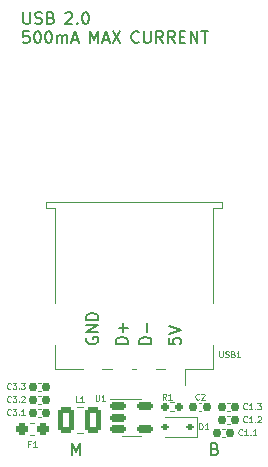
<source format=gbr>
%TF.GenerationSoftware,KiCad,Pcbnew,7.0.0-da2b9df05c~171~ubuntu20.04.1*%
%TF.CreationDate,2023-03-04T21:27:30-05:00*%
%TF.ProjectId,Logitech Unifying 2242,4c6f6769-7465-4636-9820-556e69667969,B*%
%TF.SameCoordinates,Original*%
%TF.FileFunction,Legend,Top*%
%TF.FilePolarity,Positive*%
%FSLAX46Y46*%
G04 Gerber Fmt 4.6, Leading zero omitted, Abs format (unit mm)*
G04 Created by KiCad (PCBNEW 7.0.0-da2b9df05c~171~ubuntu20.04.1) date 2023-03-04 21:27:30*
%MOMM*%
%LPD*%
G01*
G04 APERTURE LIST*
G04 Aperture macros list*
%AMRoundRect*
0 Rectangle with rounded corners*
0 $1 Rounding radius*
0 $2 $3 $4 $5 $6 $7 $8 $9 X,Y pos of 4 corners*
0 Add a 4 corners polygon primitive as box body*
4,1,4,$2,$3,$4,$5,$6,$7,$8,$9,$2,$3,0*
0 Add four circle primitives for the rounded corners*
1,1,$1+$1,$2,$3*
1,1,$1+$1,$4,$5*
1,1,$1+$1,$6,$7*
1,1,$1+$1,$8,$9*
0 Add four rect primitives between the rounded corners*
20,1,$1+$1,$2,$3,$4,$5,0*
20,1,$1+$1,$4,$5,$6,$7,0*
20,1,$1+$1,$6,$7,$8,$9,0*
20,1,$1+$1,$8,$9,$2,$3,0*%
%AMFreePoly0*
4,1,33,0.102133,0.973559,0.135618,0.966898,0.162652,0.955700,0.191039,0.936733,0.211733,0.916039,0.230700,0.887652,0.241898,0.860618,0.248559,0.827133,0.250000,0.812500,0.250000,-0.760000,0.244291,-0.788701,0.228033,-0.813033,0.088033,-0.953033,0.063701,-0.969291,0.035000,-0.975000,-0.035000,-0.975000,-0.063701,-0.969291,-0.088033,-0.953033,-0.228033,-0.813033,-0.244291,-0.788701,
-0.250000,-0.760000,-0.250000,0.812500,-0.248559,0.827133,-0.241898,0.860618,-0.230700,0.887652,-0.211733,0.916039,-0.191039,0.936733,-0.162652,0.955700,-0.135618,0.966898,-0.102133,0.973559,-0.087500,0.975000,0.087500,0.975000,0.102133,0.973559,0.102133,0.973559,$1*%
G04 Aperture macros list end*
%ADD10C,0.150000*%
%ADD11C,0.200000*%
%ADD12C,0.100000*%
%ADD13C,0.120000*%
%ADD14RoundRect,0.150000X-0.512500X-0.150000X0.512500X-0.150000X0.512500X0.150000X-0.512500X0.150000X0*%
%ADD15RoundRect,0.155000X-0.212500X-0.155000X0.212500X-0.155000X0.212500X0.155000X-0.212500X0.155000X0*%
%ADD16R,1.250000X3.000000*%
%ADD17C,3.000000*%
%ADD18RoundRect,0.237500X-0.287500X-0.237500X0.287500X-0.237500X0.287500X0.237500X-0.287500X0.237500X0*%
%ADD19RoundRect,0.155000X0.212500X0.155000X-0.212500X0.155000X-0.212500X-0.155000X0.212500X-0.155000X0*%
%ADD20RoundRect,0.250001X-0.462499X-0.849999X0.462499X-0.849999X0.462499X0.849999X-0.462499X0.849999X0*%
%ADD21FreePoly0,0.000000*%
%ADD22C,5.500000*%
%ADD23RoundRect,0.112500X0.187500X0.112500X-0.187500X0.112500X-0.187500X-0.112500X0.187500X-0.112500X0*%
%ADD24RoundRect,0.160000X-0.197500X-0.160000X0.197500X-0.160000X0.197500X0.160000X-0.197500X0.160000X0*%
G04 APERTURE END LIST*
D10*
X12467380Y12138096D02*
X11467380Y12138096D01*
X11467380Y12138096D02*
X11467380Y12376191D01*
X11467380Y12376191D02*
X11515000Y12519048D01*
X11515000Y12519048D02*
X11610238Y12614286D01*
X11610238Y12614286D02*
X11705476Y12661905D01*
X11705476Y12661905D02*
X11895952Y12709524D01*
X11895952Y12709524D02*
X12038809Y12709524D01*
X12038809Y12709524D02*
X12229285Y12661905D01*
X12229285Y12661905D02*
X12324523Y12614286D01*
X12324523Y12614286D02*
X12419761Y12519048D01*
X12419761Y12519048D02*
X12467380Y12376191D01*
X12467380Y12376191D02*
X12467380Y12138096D01*
X12086428Y13138096D02*
X12086428Y13900000D01*
X10467380Y12138096D02*
X9467380Y12138096D01*
X9467380Y12138096D02*
X9467380Y12376191D01*
X9467380Y12376191D02*
X9515000Y12519048D01*
X9515000Y12519048D02*
X9610238Y12614286D01*
X9610238Y12614286D02*
X9705476Y12661905D01*
X9705476Y12661905D02*
X9895952Y12709524D01*
X9895952Y12709524D02*
X10038809Y12709524D01*
X10038809Y12709524D02*
X10229285Y12661905D01*
X10229285Y12661905D02*
X10324523Y12614286D01*
X10324523Y12614286D02*
X10419761Y12519048D01*
X10419761Y12519048D02*
X10467380Y12376191D01*
X10467380Y12376191D02*
X10467380Y12138096D01*
X10086428Y13138096D02*
X10086428Y13900000D01*
X10467380Y13519048D02*
X9705476Y13519048D01*
X7015000Y12661905D02*
X6967380Y12566667D01*
X6967380Y12566667D02*
X6967380Y12423810D01*
X6967380Y12423810D02*
X7015000Y12280953D01*
X7015000Y12280953D02*
X7110238Y12185715D01*
X7110238Y12185715D02*
X7205476Y12138096D01*
X7205476Y12138096D02*
X7395952Y12090477D01*
X7395952Y12090477D02*
X7538809Y12090477D01*
X7538809Y12090477D02*
X7729285Y12138096D01*
X7729285Y12138096D02*
X7824523Y12185715D01*
X7824523Y12185715D02*
X7919761Y12280953D01*
X7919761Y12280953D02*
X7967380Y12423810D01*
X7967380Y12423810D02*
X7967380Y12519048D01*
X7967380Y12519048D02*
X7919761Y12661905D01*
X7919761Y12661905D02*
X7872142Y12709524D01*
X7872142Y12709524D02*
X7538809Y12709524D01*
X7538809Y12709524D02*
X7538809Y12519048D01*
X7967380Y13138096D02*
X6967380Y13138096D01*
X6967380Y13138096D02*
X7967380Y13709524D01*
X7967380Y13709524D02*
X6967380Y13709524D01*
X7967380Y14185715D02*
X6967380Y14185715D01*
X6967380Y14185715D02*
X6967380Y14423810D01*
X6967380Y14423810D02*
X7015000Y14566667D01*
X7015000Y14566667D02*
X7110238Y14661905D01*
X7110238Y14661905D02*
X7205476Y14709524D01*
X7205476Y14709524D02*
X7395952Y14757143D01*
X7395952Y14757143D02*
X7538809Y14757143D01*
X7538809Y14757143D02*
X7729285Y14709524D01*
X7729285Y14709524D02*
X7824523Y14661905D01*
X7824523Y14661905D02*
X7919761Y14566667D01*
X7919761Y14566667D02*
X7967380Y14423810D01*
X7967380Y14423810D02*
X7967380Y14185715D01*
X13967380Y12614286D02*
X13967380Y12138096D01*
X13967380Y12138096D02*
X14443571Y12090477D01*
X14443571Y12090477D02*
X14395952Y12138096D01*
X14395952Y12138096D02*
X14348333Y12233334D01*
X14348333Y12233334D02*
X14348333Y12471429D01*
X14348333Y12471429D02*
X14395952Y12566667D01*
X14395952Y12566667D02*
X14443571Y12614286D01*
X14443571Y12614286D02*
X14538809Y12661905D01*
X14538809Y12661905D02*
X14776904Y12661905D01*
X14776904Y12661905D02*
X14872142Y12614286D01*
X14872142Y12614286D02*
X14919761Y12566667D01*
X14919761Y12566667D02*
X14967380Y12471429D01*
X14967380Y12471429D02*
X14967380Y12233334D01*
X14967380Y12233334D02*
X14919761Y12138096D01*
X14919761Y12138096D02*
X14872142Y12090477D01*
X13967380Y12947620D02*
X14967380Y13280953D01*
X14967380Y13280953D02*
X13967380Y13614286D01*
D11*
X1638095Y40237620D02*
X1638095Y39428096D01*
X1638095Y39428096D02*
X1685714Y39332858D01*
X1685714Y39332858D02*
X1733333Y39285239D01*
X1733333Y39285239D02*
X1828571Y39237620D01*
X1828571Y39237620D02*
X2019047Y39237620D01*
X2019047Y39237620D02*
X2114285Y39285239D01*
X2114285Y39285239D02*
X2161904Y39332858D01*
X2161904Y39332858D02*
X2209523Y39428096D01*
X2209523Y39428096D02*
X2209523Y40237620D01*
X2638095Y39285239D02*
X2780952Y39237620D01*
X2780952Y39237620D02*
X3019047Y39237620D01*
X3019047Y39237620D02*
X3114285Y39285239D01*
X3114285Y39285239D02*
X3161904Y39332858D01*
X3161904Y39332858D02*
X3209523Y39428096D01*
X3209523Y39428096D02*
X3209523Y39523334D01*
X3209523Y39523334D02*
X3161904Y39618572D01*
X3161904Y39618572D02*
X3114285Y39666191D01*
X3114285Y39666191D02*
X3019047Y39713810D01*
X3019047Y39713810D02*
X2828571Y39761429D01*
X2828571Y39761429D02*
X2733333Y39809048D01*
X2733333Y39809048D02*
X2685714Y39856667D01*
X2685714Y39856667D02*
X2638095Y39951905D01*
X2638095Y39951905D02*
X2638095Y40047143D01*
X2638095Y40047143D02*
X2685714Y40142381D01*
X2685714Y40142381D02*
X2733333Y40190000D01*
X2733333Y40190000D02*
X2828571Y40237620D01*
X2828571Y40237620D02*
X3066666Y40237620D01*
X3066666Y40237620D02*
X3209523Y40190000D01*
X3971428Y39761429D02*
X4114285Y39713810D01*
X4114285Y39713810D02*
X4161904Y39666191D01*
X4161904Y39666191D02*
X4209523Y39570953D01*
X4209523Y39570953D02*
X4209523Y39428096D01*
X4209523Y39428096D02*
X4161904Y39332858D01*
X4161904Y39332858D02*
X4114285Y39285239D01*
X4114285Y39285239D02*
X4019047Y39237620D01*
X4019047Y39237620D02*
X3638095Y39237620D01*
X3638095Y39237620D02*
X3638095Y40237620D01*
X3638095Y40237620D02*
X3971428Y40237620D01*
X3971428Y40237620D02*
X4066666Y40190000D01*
X4066666Y40190000D02*
X4114285Y40142381D01*
X4114285Y40142381D02*
X4161904Y40047143D01*
X4161904Y40047143D02*
X4161904Y39951905D01*
X4161904Y39951905D02*
X4114285Y39856667D01*
X4114285Y39856667D02*
X4066666Y39809048D01*
X4066666Y39809048D02*
X3971428Y39761429D01*
X3971428Y39761429D02*
X3638095Y39761429D01*
X5190476Y40142381D02*
X5238095Y40190000D01*
X5238095Y40190000D02*
X5333333Y40237620D01*
X5333333Y40237620D02*
X5571428Y40237620D01*
X5571428Y40237620D02*
X5666666Y40190000D01*
X5666666Y40190000D02*
X5714285Y40142381D01*
X5714285Y40142381D02*
X5761904Y40047143D01*
X5761904Y40047143D02*
X5761904Y39951905D01*
X5761904Y39951905D02*
X5714285Y39809048D01*
X5714285Y39809048D02*
X5142857Y39237620D01*
X5142857Y39237620D02*
X5761904Y39237620D01*
X6190476Y39332858D02*
X6238095Y39285239D01*
X6238095Y39285239D02*
X6190476Y39237620D01*
X6190476Y39237620D02*
X6142857Y39285239D01*
X6142857Y39285239D02*
X6190476Y39332858D01*
X6190476Y39332858D02*
X6190476Y39237620D01*
X6857142Y40237620D02*
X6952380Y40237620D01*
X6952380Y40237620D02*
X7047618Y40190000D01*
X7047618Y40190000D02*
X7095237Y40142381D01*
X7095237Y40142381D02*
X7142856Y40047143D01*
X7142856Y40047143D02*
X7190475Y39856667D01*
X7190475Y39856667D02*
X7190475Y39618572D01*
X7190475Y39618572D02*
X7142856Y39428096D01*
X7142856Y39428096D02*
X7095237Y39332858D01*
X7095237Y39332858D02*
X7047618Y39285239D01*
X7047618Y39285239D02*
X6952380Y39237620D01*
X6952380Y39237620D02*
X6857142Y39237620D01*
X6857142Y39237620D02*
X6761904Y39285239D01*
X6761904Y39285239D02*
X6714285Y39332858D01*
X6714285Y39332858D02*
X6666666Y39428096D01*
X6666666Y39428096D02*
X6619047Y39618572D01*
X6619047Y39618572D02*
X6619047Y39856667D01*
X6619047Y39856667D02*
X6666666Y40047143D01*
X6666666Y40047143D02*
X6714285Y40142381D01*
X6714285Y40142381D02*
X6761904Y40190000D01*
X6761904Y40190000D02*
X6857142Y40237620D01*
X2114285Y38617620D02*
X1638095Y38617620D01*
X1638095Y38617620D02*
X1590476Y38141429D01*
X1590476Y38141429D02*
X1638095Y38189048D01*
X1638095Y38189048D02*
X1733333Y38236667D01*
X1733333Y38236667D02*
X1971428Y38236667D01*
X1971428Y38236667D02*
X2066666Y38189048D01*
X2066666Y38189048D02*
X2114285Y38141429D01*
X2114285Y38141429D02*
X2161904Y38046191D01*
X2161904Y38046191D02*
X2161904Y37808096D01*
X2161904Y37808096D02*
X2114285Y37712858D01*
X2114285Y37712858D02*
X2066666Y37665239D01*
X2066666Y37665239D02*
X1971428Y37617620D01*
X1971428Y37617620D02*
X1733333Y37617620D01*
X1733333Y37617620D02*
X1638095Y37665239D01*
X1638095Y37665239D02*
X1590476Y37712858D01*
X2780952Y38617620D02*
X2876190Y38617620D01*
X2876190Y38617620D02*
X2971428Y38570000D01*
X2971428Y38570000D02*
X3019047Y38522381D01*
X3019047Y38522381D02*
X3066666Y38427143D01*
X3066666Y38427143D02*
X3114285Y38236667D01*
X3114285Y38236667D02*
X3114285Y37998572D01*
X3114285Y37998572D02*
X3066666Y37808096D01*
X3066666Y37808096D02*
X3019047Y37712858D01*
X3019047Y37712858D02*
X2971428Y37665239D01*
X2971428Y37665239D02*
X2876190Y37617620D01*
X2876190Y37617620D02*
X2780952Y37617620D01*
X2780952Y37617620D02*
X2685714Y37665239D01*
X2685714Y37665239D02*
X2638095Y37712858D01*
X2638095Y37712858D02*
X2590476Y37808096D01*
X2590476Y37808096D02*
X2542857Y37998572D01*
X2542857Y37998572D02*
X2542857Y38236667D01*
X2542857Y38236667D02*
X2590476Y38427143D01*
X2590476Y38427143D02*
X2638095Y38522381D01*
X2638095Y38522381D02*
X2685714Y38570000D01*
X2685714Y38570000D02*
X2780952Y38617620D01*
X3733333Y38617620D02*
X3828571Y38617620D01*
X3828571Y38617620D02*
X3923809Y38570000D01*
X3923809Y38570000D02*
X3971428Y38522381D01*
X3971428Y38522381D02*
X4019047Y38427143D01*
X4019047Y38427143D02*
X4066666Y38236667D01*
X4066666Y38236667D02*
X4066666Y37998572D01*
X4066666Y37998572D02*
X4019047Y37808096D01*
X4019047Y37808096D02*
X3971428Y37712858D01*
X3971428Y37712858D02*
X3923809Y37665239D01*
X3923809Y37665239D02*
X3828571Y37617620D01*
X3828571Y37617620D02*
X3733333Y37617620D01*
X3733333Y37617620D02*
X3638095Y37665239D01*
X3638095Y37665239D02*
X3590476Y37712858D01*
X3590476Y37712858D02*
X3542857Y37808096D01*
X3542857Y37808096D02*
X3495238Y37998572D01*
X3495238Y37998572D02*
X3495238Y38236667D01*
X3495238Y38236667D02*
X3542857Y38427143D01*
X3542857Y38427143D02*
X3590476Y38522381D01*
X3590476Y38522381D02*
X3638095Y38570000D01*
X3638095Y38570000D02*
X3733333Y38617620D01*
X4495238Y37617620D02*
X4495238Y38284286D01*
X4495238Y38189048D02*
X4542857Y38236667D01*
X4542857Y38236667D02*
X4638095Y38284286D01*
X4638095Y38284286D02*
X4780952Y38284286D01*
X4780952Y38284286D02*
X4876190Y38236667D01*
X4876190Y38236667D02*
X4923809Y38141429D01*
X4923809Y38141429D02*
X4923809Y37617620D01*
X4923809Y38141429D02*
X4971428Y38236667D01*
X4971428Y38236667D02*
X5066666Y38284286D01*
X5066666Y38284286D02*
X5209523Y38284286D01*
X5209523Y38284286D02*
X5304762Y38236667D01*
X5304762Y38236667D02*
X5352381Y38141429D01*
X5352381Y38141429D02*
X5352381Y37617620D01*
X5780952Y37903334D02*
X6257142Y37903334D01*
X5685714Y37617620D02*
X6019047Y38617620D01*
X6019047Y38617620D02*
X6352380Y37617620D01*
X7285714Y37617620D02*
X7285714Y38617620D01*
X7285714Y38617620D02*
X7619047Y37903334D01*
X7619047Y37903334D02*
X7952380Y38617620D01*
X7952380Y38617620D02*
X7952380Y37617620D01*
X8380952Y37903334D02*
X8857142Y37903334D01*
X8285714Y37617620D02*
X8619047Y38617620D01*
X8619047Y38617620D02*
X8952380Y37617620D01*
X9190476Y38617620D02*
X9857142Y37617620D01*
X9857142Y38617620D02*
X9190476Y37617620D01*
X11409523Y37712858D02*
X11361904Y37665239D01*
X11361904Y37665239D02*
X11219047Y37617620D01*
X11219047Y37617620D02*
X11123809Y37617620D01*
X11123809Y37617620D02*
X10980952Y37665239D01*
X10980952Y37665239D02*
X10885714Y37760477D01*
X10885714Y37760477D02*
X10838095Y37855715D01*
X10838095Y37855715D02*
X10790476Y38046191D01*
X10790476Y38046191D02*
X10790476Y38189048D01*
X10790476Y38189048D02*
X10838095Y38379524D01*
X10838095Y38379524D02*
X10885714Y38474762D01*
X10885714Y38474762D02*
X10980952Y38570000D01*
X10980952Y38570000D02*
X11123809Y38617620D01*
X11123809Y38617620D02*
X11219047Y38617620D01*
X11219047Y38617620D02*
X11361904Y38570000D01*
X11361904Y38570000D02*
X11409523Y38522381D01*
X11838095Y38617620D02*
X11838095Y37808096D01*
X11838095Y37808096D02*
X11885714Y37712858D01*
X11885714Y37712858D02*
X11933333Y37665239D01*
X11933333Y37665239D02*
X12028571Y37617620D01*
X12028571Y37617620D02*
X12219047Y37617620D01*
X12219047Y37617620D02*
X12314285Y37665239D01*
X12314285Y37665239D02*
X12361904Y37712858D01*
X12361904Y37712858D02*
X12409523Y37808096D01*
X12409523Y37808096D02*
X12409523Y38617620D01*
X13457142Y37617620D02*
X13123809Y38093810D01*
X12885714Y37617620D02*
X12885714Y38617620D01*
X12885714Y38617620D02*
X13266666Y38617620D01*
X13266666Y38617620D02*
X13361904Y38570000D01*
X13361904Y38570000D02*
X13409523Y38522381D01*
X13409523Y38522381D02*
X13457142Y38427143D01*
X13457142Y38427143D02*
X13457142Y38284286D01*
X13457142Y38284286D02*
X13409523Y38189048D01*
X13409523Y38189048D02*
X13361904Y38141429D01*
X13361904Y38141429D02*
X13266666Y38093810D01*
X13266666Y38093810D02*
X12885714Y38093810D01*
X14457142Y37617620D02*
X14123809Y38093810D01*
X13885714Y37617620D02*
X13885714Y38617620D01*
X13885714Y38617620D02*
X14266666Y38617620D01*
X14266666Y38617620D02*
X14361904Y38570000D01*
X14361904Y38570000D02*
X14409523Y38522381D01*
X14409523Y38522381D02*
X14457142Y38427143D01*
X14457142Y38427143D02*
X14457142Y38284286D01*
X14457142Y38284286D02*
X14409523Y38189048D01*
X14409523Y38189048D02*
X14361904Y38141429D01*
X14361904Y38141429D02*
X14266666Y38093810D01*
X14266666Y38093810D02*
X13885714Y38093810D01*
X14885714Y38141429D02*
X15219047Y38141429D01*
X15361904Y37617620D02*
X14885714Y37617620D01*
X14885714Y37617620D02*
X14885714Y38617620D01*
X14885714Y38617620D02*
X15361904Y38617620D01*
X15790476Y37617620D02*
X15790476Y38617620D01*
X15790476Y38617620D02*
X16361904Y37617620D01*
X16361904Y37617620D02*
X16361904Y38617620D01*
X16695238Y38617620D02*
X17266666Y38617620D01*
X16980952Y37617620D02*
X16980952Y38617620D01*
D12*
%TO.C,U1*%
X7756547Y7816310D02*
X7756547Y7411548D01*
X7756547Y7411548D02*
X7780357Y7363929D01*
X7780357Y7363929D02*
X7804166Y7340120D01*
X7804166Y7340120D02*
X7851785Y7316310D01*
X7851785Y7316310D02*
X7947023Y7316310D01*
X7947023Y7316310D02*
X7994642Y7340120D01*
X7994642Y7340120D02*
X8018452Y7363929D01*
X8018452Y7363929D02*
X8042261Y7411548D01*
X8042261Y7411548D02*
X8042261Y7816310D01*
X8542262Y7316310D02*
X8256548Y7316310D01*
X8399405Y7316310D02*
X8399405Y7816310D01*
X8399405Y7816310D02*
X8351786Y7744881D01*
X8351786Y7744881D02*
X8304167Y7697262D01*
X8304167Y7697262D02*
X8256548Y7673453D01*
%TO.C,C2*%
X16516666Y7463929D02*
X16492857Y7440120D01*
X16492857Y7440120D02*
X16421428Y7416310D01*
X16421428Y7416310D02*
X16373809Y7416310D01*
X16373809Y7416310D02*
X16302381Y7440120D01*
X16302381Y7440120D02*
X16254762Y7487739D01*
X16254762Y7487739D02*
X16230952Y7535358D01*
X16230952Y7535358D02*
X16207143Y7630596D01*
X16207143Y7630596D02*
X16207143Y7702024D01*
X16207143Y7702024D02*
X16230952Y7797262D01*
X16230952Y7797262D02*
X16254762Y7844881D01*
X16254762Y7844881D02*
X16302381Y7892500D01*
X16302381Y7892500D02*
X16373809Y7916310D01*
X16373809Y7916310D02*
X16421428Y7916310D01*
X16421428Y7916310D02*
X16492857Y7892500D01*
X16492857Y7892500D02*
X16516666Y7868691D01*
X16707143Y7868691D02*
X16730952Y7892500D01*
X16730952Y7892500D02*
X16778571Y7916310D01*
X16778571Y7916310D02*
X16897619Y7916310D01*
X16897619Y7916310D02*
X16945238Y7892500D01*
X16945238Y7892500D02*
X16969047Y7868691D01*
X16969047Y7868691D02*
X16992857Y7821072D01*
X16992857Y7821072D02*
X16992857Y7773453D01*
X16992857Y7773453D02*
X16969047Y7702024D01*
X16969047Y7702024D02*
X16683333Y7416310D01*
X16683333Y7416310D02*
X16992857Y7416310D01*
%TO.C,USB1*%
X18230952Y11516310D02*
X18230952Y11111548D01*
X18230952Y11111548D02*
X18254762Y11063929D01*
X18254762Y11063929D02*
X18278571Y11040120D01*
X18278571Y11040120D02*
X18326190Y11016310D01*
X18326190Y11016310D02*
X18421428Y11016310D01*
X18421428Y11016310D02*
X18469047Y11040120D01*
X18469047Y11040120D02*
X18492857Y11063929D01*
X18492857Y11063929D02*
X18516666Y11111548D01*
X18516666Y11111548D02*
X18516666Y11516310D01*
X18730953Y11040120D02*
X18802381Y11016310D01*
X18802381Y11016310D02*
X18921429Y11016310D01*
X18921429Y11016310D02*
X18969048Y11040120D01*
X18969048Y11040120D02*
X18992857Y11063929D01*
X18992857Y11063929D02*
X19016667Y11111548D01*
X19016667Y11111548D02*
X19016667Y11159167D01*
X19016667Y11159167D02*
X18992857Y11206786D01*
X18992857Y11206786D02*
X18969048Y11230596D01*
X18969048Y11230596D02*
X18921429Y11254405D01*
X18921429Y11254405D02*
X18826191Y11278215D01*
X18826191Y11278215D02*
X18778572Y11302024D01*
X18778572Y11302024D02*
X18754762Y11325834D01*
X18754762Y11325834D02*
X18730953Y11373453D01*
X18730953Y11373453D02*
X18730953Y11421072D01*
X18730953Y11421072D02*
X18754762Y11468691D01*
X18754762Y11468691D02*
X18778572Y11492500D01*
X18778572Y11492500D02*
X18826191Y11516310D01*
X18826191Y11516310D02*
X18945238Y11516310D01*
X18945238Y11516310D02*
X19016667Y11492500D01*
X19397619Y11278215D02*
X19469047Y11254405D01*
X19469047Y11254405D02*
X19492857Y11230596D01*
X19492857Y11230596D02*
X19516666Y11182977D01*
X19516666Y11182977D02*
X19516666Y11111548D01*
X19516666Y11111548D02*
X19492857Y11063929D01*
X19492857Y11063929D02*
X19469047Y11040120D01*
X19469047Y11040120D02*
X19421428Y11016310D01*
X19421428Y11016310D02*
X19230952Y11016310D01*
X19230952Y11016310D02*
X19230952Y11516310D01*
X19230952Y11516310D02*
X19397619Y11516310D01*
X19397619Y11516310D02*
X19445238Y11492500D01*
X19445238Y11492500D02*
X19469047Y11468691D01*
X19469047Y11468691D02*
X19492857Y11421072D01*
X19492857Y11421072D02*
X19492857Y11373453D01*
X19492857Y11373453D02*
X19469047Y11325834D01*
X19469047Y11325834D02*
X19445238Y11302024D01*
X19445238Y11302024D02*
X19397619Y11278215D01*
X19397619Y11278215D02*
X19230952Y11278215D01*
X19992857Y11016310D02*
X19707143Y11016310D01*
X19850000Y11016310D02*
X19850000Y11516310D01*
X19850000Y11516310D02*
X19802381Y11444881D01*
X19802381Y11444881D02*
X19754762Y11397262D01*
X19754762Y11397262D02*
X19707143Y11373453D01*
%TO.C,F1*%
X2233334Y3678215D02*
X2066667Y3678215D01*
X2066667Y3416310D02*
X2066667Y3916310D01*
X2066667Y3916310D02*
X2304762Y3916310D01*
X2757143Y3416310D02*
X2471429Y3416310D01*
X2614286Y3416310D02*
X2614286Y3916310D01*
X2614286Y3916310D02*
X2566667Y3844881D01*
X2566667Y3844881D02*
X2519048Y3797262D01*
X2519048Y3797262D02*
X2471429Y3773453D01*
%TO.C,C3.3*%
X559524Y8363929D02*
X535715Y8340120D01*
X535715Y8340120D02*
X464286Y8316310D01*
X464286Y8316310D02*
X416667Y8316310D01*
X416667Y8316310D02*
X345239Y8340120D01*
X345239Y8340120D02*
X297620Y8387739D01*
X297620Y8387739D02*
X273810Y8435358D01*
X273810Y8435358D02*
X250001Y8530596D01*
X250001Y8530596D02*
X250001Y8602024D01*
X250001Y8602024D02*
X273810Y8697262D01*
X273810Y8697262D02*
X297620Y8744881D01*
X297620Y8744881D02*
X345239Y8792500D01*
X345239Y8792500D02*
X416667Y8816310D01*
X416667Y8816310D02*
X464286Y8816310D01*
X464286Y8816310D02*
X535715Y8792500D01*
X535715Y8792500D02*
X559524Y8768691D01*
X726191Y8816310D02*
X1035715Y8816310D01*
X1035715Y8816310D02*
X869048Y8625834D01*
X869048Y8625834D02*
X940477Y8625834D01*
X940477Y8625834D02*
X988096Y8602024D01*
X988096Y8602024D02*
X1011905Y8578215D01*
X1011905Y8578215D02*
X1035715Y8530596D01*
X1035715Y8530596D02*
X1035715Y8411548D01*
X1035715Y8411548D02*
X1011905Y8363929D01*
X1011905Y8363929D02*
X988096Y8340120D01*
X988096Y8340120D02*
X940477Y8316310D01*
X940477Y8316310D02*
X797620Y8316310D01*
X797620Y8316310D02*
X750001Y8340120D01*
X750001Y8340120D02*
X726191Y8363929D01*
X1250000Y8363929D02*
X1273810Y8340120D01*
X1273810Y8340120D02*
X1250000Y8316310D01*
X1250000Y8316310D02*
X1226191Y8340120D01*
X1226191Y8340120D02*
X1250000Y8363929D01*
X1250000Y8363929D02*
X1250000Y8316310D01*
X1440476Y8816310D02*
X1750000Y8816310D01*
X1750000Y8816310D02*
X1583333Y8625834D01*
X1583333Y8625834D02*
X1654762Y8625834D01*
X1654762Y8625834D02*
X1702381Y8602024D01*
X1702381Y8602024D02*
X1726190Y8578215D01*
X1726190Y8578215D02*
X1750000Y8530596D01*
X1750000Y8530596D02*
X1750000Y8411548D01*
X1750000Y8411548D02*
X1726190Y8363929D01*
X1726190Y8363929D02*
X1702381Y8340120D01*
X1702381Y8340120D02*
X1654762Y8316310D01*
X1654762Y8316310D02*
X1511905Y8316310D01*
X1511905Y8316310D02*
X1464286Y8340120D01*
X1464286Y8340120D02*
X1440476Y8363929D01*
%TO.C,L1*%
X6316666Y7216310D02*
X6078571Y7216310D01*
X6078571Y7216310D02*
X6078571Y7716310D01*
X6745238Y7216310D02*
X6459524Y7216310D01*
X6602381Y7216310D02*
X6602381Y7716310D01*
X6602381Y7716310D02*
X6554762Y7644881D01*
X6554762Y7644881D02*
X6507143Y7597262D01*
X6507143Y7597262D02*
X6459524Y7573453D01*
%TO.C,C1.2*%
X20559524Y5563929D02*
X20535715Y5540120D01*
X20535715Y5540120D02*
X20464286Y5516310D01*
X20464286Y5516310D02*
X20416667Y5516310D01*
X20416667Y5516310D02*
X20345239Y5540120D01*
X20345239Y5540120D02*
X20297620Y5587739D01*
X20297620Y5587739D02*
X20273810Y5635358D01*
X20273810Y5635358D02*
X20250001Y5730596D01*
X20250001Y5730596D02*
X20250001Y5802024D01*
X20250001Y5802024D02*
X20273810Y5897262D01*
X20273810Y5897262D02*
X20297620Y5944881D01*
X20297620Y5944881D02*
X20345239Y5992500D01*
X20345239Y5992500D02*
X20416667Y6016310D01*
X20416667Y6016310D02*
X20464286Y6016310D01*
X20464286Y6016310D02*
X20535715Y5992500D01*
X20535715Y5992500D02*
X20559524Y5968691D01*
X21035715Y5516310D02*
X20750001Y5516310D01*
X20892858Y5516310D02*
X20892858Y6016310D01*
X20892858Y6016310D02*
X20845239Y5944881D01*
X20845239Y5944881D02*
X20797620Y5897262D01*
X20797620Y5897262D02*
X20750001Y5873453D01*
X21250000Y5563929D02*
X21273810Y5540120D01*
X21273810Y5540120D02*
X21250000Y5516310D01*
X21250000Y5516310D02*
X21226191Y5540120D01*
X21226191Y5540120D02*
X21250000Y5563929D01*
X21250000Y5563929D02*
X21250000Y5516310D01*
X21464286Y5968691D02*
X21488095Y5992500D01*
X21488095Y5992500D02*
X21535714Y6016310D01*
X21535714Y6016310D02*
X21654762Y6016310D01*
X21654762Y6016310D02*
X21702381Y5992500D01*
X21702381Y5992500D02*
X21726190Y5968691D01*
X21726190Y5968691D02*
X21750000Y5921072D01*
X21750000Y5921072D02*
X21750000Y5873453D01*
X21750000Y5873453D02*
X21726190Y5802024D01*
X21726190Y5802024D02*
X21440476Y5516310D01*
X21440476Y5516310D02*
X21750000Y5516310D01*
%TO.C,C1.1*%
X20159524Y4463929D02*
X20135715Y4440120D01*
X20135715Y4440120D02*
X20064286Y4416310D01*
X20064286Y4416310D02*
X20016667Y4416310D01*
X20016667Y4416310D02*
X19945239Y4440120D01*
X19945239Y4440120D02*
X19897620Y4487739D01*
X19897620Y4487739D02*
X19873810Y4535358D01*
X19873810Y4535358D02*
X19850001Y4630596D01*
X19850001Y4630596D02*
X19850001Y4702024D01*
X19850001Y4702024D02*
X19873810Y4797262D01*
X19873810Y4797262D02*
X19897620Y4844881D01*
X19897620Y4844881D02*
X19945239Y4892500D01*
X19945239Y4892500D02*
X20016667Y4916310D01*
X20016667Y4916310D02*
X20064286Y4916310D01*
X20064286Y4916310D02*
X20135715Y4892500D01*
X20135715Y4892500D02*
X20159524Y4868691D01*
X20635715Y4416310D02*
X20350001Y4416310D01*
X20492858Y4416310D02*
X20492858Y4916310D01*
X20492858Y4916310D02*
X20445239Y4844881D01*
X20445239Y4844881D02*
X20397620Y4797262D01*
X20397620Y4797262D02*
X20350001Y4773453D01*
X20850000Y4463929D02*
X20873810Y4440120D01*
X20873810Y4440120D02*
X20850000Y4416310D01*
X20850000Y4416310D02*
X20826191Y4440120D01*
X20826191Y4440120D02*
X20850000Y4463929D01*
X20850000Y4463929D02*
X20850000Y4416310D01*
X21350000Y4416310D02*
X21064286Y4416310D01*
X21207143Y4416310D02*
X21207143Y4916310D01*
X21207143Y4916310D02*
X21159524Y4844881D01*
X21159524Y4844881D02*
X21111905Y4797262D01*
X21111905Y4797262D02*
X21064286Y4773453D01*
D10*
%TO.C,J1*%
X5766667Y2732620D02*
X5766667Y3732620D01*
X5766667Y3732620D02*
X6100000Y3018334D01*
X6100000Y3018334D02*
X6433333Y3732620D01*
X6433333Y3732620D02*
X6433333Y2732620D01*
X17871428Y3256429D02*
X18014285Y3208810D01*
X18014285Y3208810D02*
X18061904Y3161191D01*
X18061904Y3161191D02*
X18109523Y3065953D01*
X18109523Y3065953D02*
X18109523Y2923096D01*
X18109523Y2923096D02*
X18061904Y2827858D01*
X18061904Y2827858D02*
X18014285Y2780239D01*
X18014285Y2780239D02*
X17919047Y2732620D01*
X17919047Y2732620D02*
X17538095Y2732620D01*
X17538095Y2732620D02*
X17538095Y3732620D01*
X17538095Y3732620D02*
X17871428Y3732620D01*
X17871428Y3732620D02*
X17966666Y3685000D01*
X17966666Y3685000D02*
X18014285Y3637381D01*
X18014285Y3637381D02*
X18061904Y3542143D01*
X18061904Y3542143D02*
X18061904Y3446905D01*
X18061904Y3446905D02*
X18014285Y3351667D01*
X18014285Y3351667D02*
X17966666Y3304048D01*
X17966666Y3304048D02*
X17871428Y3256429D01*
X17871428Y3256429D02*
X17538095Y3256429D01*
D12*
%TO.C,C3.1*%
X559524Y6163929D02*
X535715Y6140120D01*
X535715Y6140120D02*
X464286Y6116310D01*
X464286Y6116310D02*
X416667Y6116310D01*
X416667Y6116310D02*
X345239Y6140120D01*
X345239Y6140120D02*
X297620Y6187739D01*
X297620Y6187739D02*
X273810Y6235358D01*
X273810Y6235358D02*
X250001Y6330596D01*
X250001Y6330596D02*
X250001Y6402024D01*
X250001Y6402024D02*
X273810Y6497262D01*
X273810Y6497262D02*
X297620Y6544881D01*
X297620Y6544881D02*
X345239Y6592500D01*
X345239Y6592500D02*
X416667Y6616310D01*
X416667Y6616310D02*
X464286Y6616310D01*
X464286Y6616310D02*
X535715Y6592500D01*
X535715Y6592500D02*
X559524Y6568691D01*
X726191Y6616310D02*
X1035715Y6616310D01*
X1035715Y6616310D02*
X869048Y6425834D01*
X869048Y6425834D02*
X940477Y6425834D01*
X940477Y6425834D02*
X988096Y6402024D01*
X988096Y6402024D02*
X1011905Y6378215D01*
X1011905Y6378215D02*
X1035715Y6330596D01*
X1035715Y6330596D02*
X1035715Y6211548D01*
X1035715Y6211548D02*
X1011905Y6163929D01*
X1011905Y6163929D02*
X988096Y6140120D01*
X988096Y6140120D02*
X940477Y6116310D01*
X940477Y6116310D02*
X797620Y6116310D01*
X797620Y6116310D02*
X750001Y6140120D01*
X750001Y6140120D02*
X726191Y6163929D01*
X1250000Y6163929D02*
X1273810Y6140120D01*
X1273810Y6140120D02*
X1250000Y6116310D01*
X1250000Y6116310D02*
X1226191Y6140120D01*
X1226191Y6140120D02*
X1250000Y6163929D01*
X1250000Y6163929D02*
X1250000Y6116310D01*
X1750000Y6116310D02*
X1464286Y6116310D01*
X1607143Y6116310D02*
X1607143Y6616310D01*
X1607143Y6616310D02*
X1559524Y6544881D01*
X1559524Y6544881D02*
X1511905Y6497262D01*
X1511905Y6497262D02*
X1464286Y6473453D01*
%TO.C,C3.2*%
X559524Y7263929D02*
X535715Y7240120D01*
X535715Y7240120D02*
X464286Y7216310D01*
X464286Y7216310D02*
X416667Y7216310D01*
X416667Y7216310D02*
X345239Y7240120D01*
X345239Y7240120D02*
X297620Y7287739D01*
X297620Y7287739D02*
X273810Y7335358D01*
X273810Y7335358D02*
X250001Y7430596D01*
X250001Y7430596D02*
X250001Y7502024D01*
X250001Y7502024D02*
X273810Y7597262D01*
X273810Y7597262D02*
X297620Y7644881D01*
X297620Y7644881D02*
X345239Y7692500D01*
X345239Y7692500D02*
X416667Y7716310D01*
X416667Y7716310D02*
X464286Y7716310D01*
X464286Y7716310D02*
X535715Y7692500D01*
X535715Y7692500D02*
X559524Y7668691D01*
X726191Y7716310D02*
X1035715Y7716310D01*
X1035715Y7716310D02*
X869048Y7525834D01*
X869048Y7525834D02*
X940477Y7525834D01*
X940477Y7525834D02*
X988096Y7502024D01*
X988096Y7502024D02*
X1011905Y7478215D01*
X1011905Y7478215D02*
X1035715Y7430596D01*
X1035715Y7430596D02*
X1035715Y7311548D01*
X1035715Y7311548D02*
X1011905Y7263929D01*
X1011905Y7263929D02*
X988096Y7240120D01*
X988096Y7240120D02*
X940477Y7216310D01*
X940477Y7216310D02*
X797620Y7216310D01*
X797620Y7216310D02*
X750001Y7240120D01*
X750001Y7240120D02*
X726191Y7263929D01*
X1250000Y7263929D02*
X1273810Y7240120D01*
X1273810Y7240120D02*
X1250000Y7216310D01*
X1250000Y7216310D02*
X1226191Y7240120D01*
X1226191Y7240120D02*
X1250000Y7263929D01*
X1250000Y7263929D02*
X1250000Y7216310D01*
X1464286Y7668691D02*
X1488095Y7692500D01*
X1488095Y7692500D02*
X1535714Y7716310D01*
X1535714Y7716310D02*
X1654762Y7716310D01*
X1654762Y7716310D02*
X1702381Y7692500D01*
X1702381Y7692500D02*
X1726190Y7668691D01*
X1726190Y7668691D02*
X1750000Y7621072D01*
X1750000Y7621072D02*
X1750000Y7573453D01*
X1750000Y7573453D02*
X1726190Y7502024D01*
X1726190Y7502024D02*
X1440476Y7216310D01*
X1440476Y7216310D02*
X1750000Y7216310D01*
%TO.C,D1*%
X16530952Y4916310D02*
X16530952Y5416310D01*
X16530952Y5416310D02*
X16650000Y5416310D01*
X16650000Y5416310D02*
X16721428Y5392500D01*
X16721428Y5392500D02*
X16769047Y5344881D01*
X16769047Y5344881D02*
X16792857Y5297262D01*
X16792857Y5297262D02*
X16816666Y5202024D01*
X16816666Y5202024D02*
X16816666Y5130596D01*
X16816666Y5130596D02*
X16792857Y5035358D01*
X16792857Y5035358D02*
X16769047Y4987739D01*
X16769047Y4987739D02*
X16721428Y4940120D01*
X16721428Y4940120D02*
X16650000Y4916310D01*
X16650000Y4916310D02*
X16530952Y4916310D01*
X17292857Y4916310D02*
X17007143Y4916310D01*
X17150000Y4916310D02*
X17150000Y5416310D01*
X17150000Y5416310D02*
X17102381Y5344881D01*
X17102381Y5344881D02*
X17054762Y5297262D01*
X17054762Y5297262D02*
X17007143Y5273453D01*
%TO.C,R1*%
X13716666Y7416310D02*
X13550000Y7654405D01*
X13430952Y7416310D02*
X13430952Y7916310D01*
X13430952Y7916310D02*
X13621428Y7916310D01*
X13621428Y7916310D02*
X13669047Y7892500D01*
X13669047Y7892500D02*
X13692857Y7868691D01*
X13692857Y7868691D02*
X13716666Y7821072D01*
X13716666Y7821072D02*
X13716666Y7749643D01*
X13716666Y7749643D02*
X13692857Y7702024D01*
X13692857Y7702024D02*
X13669047Y7678215D01*
X13669047Y7678215D02*
X13621428Y7654405D01*
X13621428Y7654405D02*
X13430952Y7654405D01*
X14192857Y7416310D02*
X13907143Y7416310D01*
X14050000Y7416310D02*
X14050000Y7916310D01*
X14050000Y7916310D02*
X14002381Y7844881D01*
X14002381Y7844881D02*
X13954762Y7797262D01*
X13954762Y7797262D02*
X13907143Y7773453D01*
%TO.C,C1.3*%
X20559524Y6663929D02*
X20535715Y6640120D01*
X20535715Y6640120D02*
X20464286Y6616310D01*
X20464286Y6616310D02*
X20416667Y6616310D01*
X20416667Y6616310D02*
X20345239Y6640120D01*
X20345239Y6640120D02*
X20297620Y6687739D01*
X20297620Y6687739D02*
X20273810Y6735358D01*
X20273810Y6735358D02*
X20250001Y6830596D01*
X20250001Y6830596D02*
X20250001Y6902024D01*
X20250001Y6902024D02*
X20273810Y6997262D01*
X20273810Y6997262D02*
X20297620Y7044881D01*
X20297620Y7044881D02*
X20345239Y7092500D01*
X20345239Y7092500D02*
X20416667Y7116310D01*
X20416667Y7116310D02*
X20464286Y7116310D01*
X20464286Y7116310D02*
X20535715Y7092500D01*
X20535715Y7092500D02*
X20559524Y7068691D01*
X21035715Y6616310D02*
X20750001Y6616310D01*
X20892858Y6616310D02*
X20892858Y7116310D01*
X20892858Y7116310D02*
X20845239Y7044881D01*
X20845239Y7044881D02*
X20797620Y6997262D01*
X20797620Y6997262D02*
X20750001Y6973453D01*
X21250000Y6663929D02*
X21273810Y6640120D01*
X21273810Y6640120D02*
X21250000Y6616310D01*
X21250000Y6616310D02*
X21226191Y6640120D01*
X21226191Y6640120D02*
X21250000Y6663929D01*
X21250000Y6663929D02*
X21250000Y6616310D01*
X21440476Y7116310D02*
X21750000Y7116310D01*
X21750000Y7116310D02*
X21583333Y6925834D01*
X21583333Y6925834D02*
X21654762Y6925834D01*
X21654762Y6925834D02*
X21702381Y6902024D01*
X21702381Y6902024D02*
X21726190Y6878215D01*
X21726190Y6878215D02*
X21750000Y6830596D01*
X21750000Y6830596D02*
X21750000Y6711548D01*
X21750000Y6711548D02*
X21726190Y6663929D01*
X21726190Y6663929D02*
X21702381Y6640120D01*
X21702381Y6640120D02*
X21654762Y6616310D01*
X21654762Y6616310D02*
X21511905Y6616310D01*
X21511905Y6616310D02*
X21464286Y6640120D01*
X21464286Y6640120D02*
X21440476Y6663929D01*
D13*
%TO.C,U1*%
X10800000Y7460000D02*
X9000000Y7460000D01*
X10800000Y7460000D02*
X11600000Y7460000D01*
X10800000Y4340000D02*
X10000000Y4340000D01*
X10800000Y4340000D02*
X11600000Y4340000D01*
%TO.C,C2*%
X16484165Y7160000D02*
X16715835Y7160000D01*
X16484165Y6440000D02*
X16715835Y6440000D01*
%TO.C,USB1*%
X18430000Y23670000D02*
X18430000Y24190000D01*
X18430000Y24190000D02*
X3570000Y24190000D01*
X17660000Y9970000D02*
X17660000Y12040000D01*
X17660000Y9970000D02*
X15350000Y9970000D01*
X17660000Y23670000D02*
X18430000Y23670000D01*
X17660000Y23670000D02*
X17660000Y15560000D01*
X15350000Y8680000D02*
X15350000Y9970000D01*
X13670000Y9980000D02*
X12850000Y9980000D01*
X11170000Y9980000D02*
X10830000Y9980000D01*
X9150000Y9980000D02*
X8330000Y9980000D01*
X6650000Y9970000D02*
X4340000Y9970000D01*
X4340000Y9970000D02*
X4340000Y12040000D01*
X4340000Y15560000D02*
X4340000Y23670000D01*
X3570000Y23670000D02*
X4340000Y23670000D01*
X3570000Y24190000D02*
X3570000Y23670000D01*
%TO.C,F1*%
X2228733Y5410000D02*
X2571267Y5410000D01*
X2228733Y4390000D02*
X2571267Y4390000D01*
%TO.C,C3.3*%
X3115835Y8140000D02*
X2884165Y8140000D01*
X3115835Y8860000D02*
X2884165Y8860000D01*
%TO.C,L1*%
X6138748Y6810000D02*
X6661252Y6810000D01*
X6138748Y4590000D02*
X6661252Y4590000D01*
%TO.C,C1.2*%
X18884165Y6060000D02*
X19115835Y6060000D01*
X18884165Y5340000D02*
X19115835Y5340000D01*
%TO.C,C1.1*%
X18484165Y4960000D02*
X18715835Y4960000D01*
X18484165Y4240000D02*
X18715835Y4240000D01*
%TO.C,C3.1*%
X3115835Y5940000D02*
X2884165Y5940000D01*
X3115835Y6660000D02*
X2884165Y6660000D01*
%TO.C,C3.2*%
X3115835Y7040000D02*
X2884165Y7040000D01*
X3115835Y7760000D02*
X2884165Y7760000D01*
%TO.C,D1*%
X16310000Y4250000D02*
X16310000Y5950000D01*
X16310000Y4250000D02*
X13650000Y4250000D01*
X16310000Y5950000D02*
X13650000Y5950000D01*
%TO.C,R1*%
X14032379Y7180000D02*
X14367621Y7180000D01*
X14032379Y6420000D02*
X14367621Y6420000D01*
%TO.C,C1.3*%
X18884165Y7160000D02*
X19115835Y7160000D01*
X18884165Y6440000D02*
X19115835Y6440000D01*
%TD*%
%LPC*%
D14*
%TO.C,U1*%
X9662500Y6850000D03*
X9662500Y5900000D03*
X9662500Y4950000D03*
X11937500Y4950000D03*
X11937500Y6850000D03*
%TD*%
D15*
%TO.C,C2*%
X16032500Y6800000D03*
X17167500Y6800000D03*
%TD*%
D16*
%TO.C,USB1*%
X14499999Y10119999D03*
X11999999Y10119999D03*
X9999999Y10119999D03*
X7499999Y10119999D03*
D17*
X17570000Y13800000D03*
X4430000Y13800000D03*
%TD*%
D18*
%TO.C,F1*%
X1525000Y4900000D03*
X3275000Y4900000D03*
%TD*%
D19*
%TO.C,C3.3*%
X3567500Y8500000D03*
X2432500Y8500000D03*
%TD*%
D20*
%TO.C,L1*%
X5237500Y5700000D03*
X7562500Y5700000D03*
%TD*%
D15*
%TO.C,C1.2*%
X18432500Y5700000D03*
X19567500Y5700000D03*
%TD*%
%TO.C,C1.1*%
X18032500Y4600000D03*
X19167500Y4600000D03*
%TD*%
D21*
%TO.C,J1*%
X20250000Y1100000D03*
D22*
X11000000Y42000000D03*
D21*
X19750000Y1100000D03*
X19250000Y1100000D03*
X18750000Y1100000D03*
X18250000Y1100000D03*
X17750000Y1100000D03*
X15250000Y1100000D03*
X13750000Y1100000D03*
X12250000Y1100000D03*
X10750000Y1100000D03*
X9250000Y1100000D03*
X7750000Y1100000D03*
X6250000Y1100000D03*
X3250000Y1100000D03*
X2750000Y1100000D03*
X2250000Y1100000D03*
X1750000Y1100000D03*
%TD*%
D19*
%TO.C,C3.1*%
X3567500Y6300000D03*
X2432500Y6300000D03*
%TD*%
%TO.C,C3.2*%
X3567500Y7400000D03*
X2432500Y7400000D03*
%TD*%
D23*
%TO.C,D1*%
X15750000Y5100000D03*
X13650000Y5100000D03*
%TD*%
D24*
%TO.C,R1*%
X13602500Y6800000D03*
X14797500Y6800000D03*
%TD*%
D15*
%TO.C,C1.3*%
X18432500Y6800000D03*
X19567500Y6800000D03*
%TD*%
G36*
X4213000Y1983387D02*
G01*
X4258387Y1938000D01*
X4275000Y1876000D01*
X4275000Y124000D01*
X4258387Y62000D01*
X4213000Y16613D01*
X4151000Y0D01*
X1199000Y0D01*
X1137000Y16613D01*
X1091613Y62000D01*
X1075000Y124000D01*
X1075000Y1876000D01*
X1091613Y1938000D01*
X1137000Y1983387D01*
X1199000Y2000000D01*
X4151000Y2000000D01*
X4213000Y1983387D01*
G37*
G36*
X15963000Y1983387D02*
G01*
X16008387Y1938000D01*
X16025000Y1876000D01*
X16025000Y124000D01*
X16008387Y62000D01*
X15963000Y16613D01*
X15901000Y0D01*
X5599000Y0D01*
X5537000Y16613D01*
X5491613Y62000D01*
X5475000Y124000D01*
X5475000Y1876000D01*
X5491613Y1938000D01*
X5537000Y1983387D01*
X5599000Y2000000D01*
X15901000Y2000000D01*
X15963000Y1983387D01*
G37*
G36*
X20863000Y1983387D02*
G01*
X20908387Y1938000D01*
X20925000Y1876000D01*
X20925000Y124000D01*
X20908387Y62000D01*
X20863000Y16613D01*
X20801000Y0D01*
X17349000Y0D01*
X17287000Y16613D01*
X17241613Y62000D01*
X17225000Y124000D01*
X17225000Y1876000D01*
X17241613Y1938000D01*
X17287000Y1983387D01*
X17349000Y2000000D01*
X20801000Y2000000D01*
X20863000Y1983387D01*
G37*
M02*

</source>
